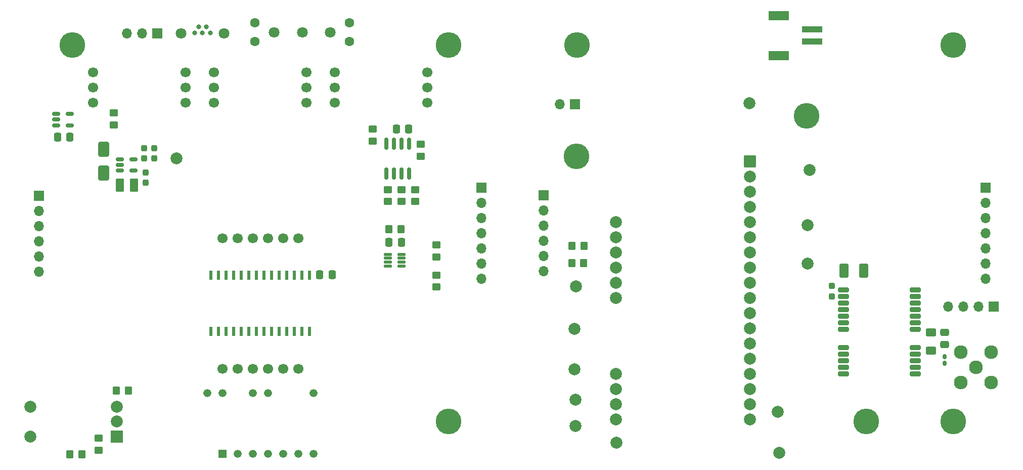
<source format=gbs>
G04 #@! TF.GenerationSoftware,KiCad,Pcbnew,8.0.4*
G04 #@! TF.CreationDate,2024-07-29T00:38:19+02:00*
G04 #@! TF.ProjectId,gps,6770732e-6b69-4636-9164-5f7063625858,rev?*
G04 #@! TF.SameCoordinates,Original*
G04 #@! TF.FileFunction,Soldermask,Bot*
G04 #@! TF.FilePolarity,Negative*
%FSLAX46Y46*%
G04 Gerber Fmt 4.6, Leading zero omitted, Abs format (unit mm)*
G04 Created by KiCad (PCBNEW 8.0.4) date 2024-07-29 00:38:19*
%MOMM*%
%LPD*%
G01*
G04 APERTURE LIST*
G04 Aperture macros list*
%AMRoundRect*
0 Rectangle with rounded corners*
0 $1 Rounding radius*
0 $2 $3 $4 $5 $6 $7 $8 $9 X,Y pos of 4 corners*
0 Add a 4 corners polygon primitive as box body*
4,1,4,$2,$3,$4,$5,$6,$7,$8,$9,$2,$3,0*
0 Add four circle primitives for the rounded corners*
1,1,$1+$1,$2,$3*
1,1,$1+$1,$4,$5*
1,1,$1+$1,$6,$7*
1,1,$1+$1,$8,$9*
0 Add four rect primitives between the rounded corners*
20,1,$1+$1,$2,$3,$4,$5,0*
20,1,$1+$1,$4,$5,$6,$7,0*
20,1,$1+$1,$6,$7,$8,$9,0*
20,1,$1+$1,$8,$9,$2,$3,0*%
G04 Aperture macros list end*
%ADD10C,2.000000*%
%ADD11RoundRect,0.102000X0.900000X0.900000X-0.900000X0.900000X-0.900000X-0.900000X0.900000X-0.900000X0*%
%ADD12C,2.004000*%
%ADD13C,4.300000*%
%ADD14C,1.700000*%
%ADD15C,1.800000*%
%ADD16C,1.600000*%
%ADD17C,0.800000*%
%ADD18C,1.803150*%
%ADD19R,1.700000X1.700000*%
%ADD20O,1.700000X1.700000*%
%ADD21R,1.337000X1.337000*%
%ADD22C,1.337000*%
%ADD23R,2.000000X2.000000*%
%ADD24RoundRect,0.150000X0.150000X-0.825000X0.150000X0.825000X-0.150000X0.825000X-0.150000X-0.825000X0*%
%ADD25RoundRect,0.237500X0.237500X-0.300000X0.237500X0.300000X-0.237500X0.300000X-0.237500X-0.300000X0*%
%ADD26RoundRect,0.200000X0.700000X0.200000X-0.700000X0.200000X-0.700000X-0.200000X0.700000X-0.200000X0*%
%ADD27RoundRect,0.250000X-0.337500X-0.475000X0.337500X-0.475000X0.337500X0.475000X-0.337500X0.475000X0*%
%ADD28RoundRect,0.150000X-0.512500X-0.150000X0.512500X-0.150000X0.512500X0.150000X-0.512500X0.150000X0*%
%ADD29RoundRect,0.250000X-0.450000X0.350000X-0.450000X-0.350000X0.450000X-0.350000X0.450000X0.350000X0*%
%ADD30RoundRect,0.250000X0.350000X0.450000X-0.350000X0.450000X-0.350000X-0.450000X0.350000X-0.450000X0*%
%ADD31RoundRect,0.250001X0.462499X0.849999X-0.462499X0.849999X-0.462499X-0.849999X0.462499X-0.849999X0*%
%ADD32RoundRect,0.160000X0.160000X-0.222500X0.160000X0.222500X-0.160000X0.222500X-0.160000X-0.222500X0*%
%ADD33RoundRect,0.250000X-0.475000X0.337500X-0.475000X-0.337500X0.475000X-0.337500X0.475000X0.337500X0*%
%ADD34RoundRect,0.250000X-0.350000X-0.450000X0.350000X-0.450000X0.350000X0.450000X-0.350000X0.450000X0*%
%ADD35RoundRect,0.250000X0.450000X-0.350000X0.450000X0.350000X-0.450000X0.350000X-0.450000X-0.350000X0*%
%ADD36RoundRect,0.250000X0.337500X0.475000X-0.337500X0.475000X-0.337500X-0.475000X0.337500X-0.475000X0*%
%ADD37RoundRect,0.250000X-0.625000X0.400000X-0.625000X-0.400000X0.625000X-0.400000X0.625000X0.400000X0*%
%ADD38RoundRect,0.125000X0.537500X0.125000X-0.537500X0.125000X-0.537500X-0.125000X0.537500X-0.125000X0*%
%ADD39RoundRect,0.250000X-0.650000X1.000000X-0.650000X-1.000000X0.650000X-1.000000X0.650000X1.000000X0*%
%ADD40C,2.300000*%
%ADD41R,0.510000X1.500000*%
%ADD42RoundRect,0.250001X0.499999X0.924999X-0.499999X0.924999X-0.499999X-0.924999X0.499999X-0.924999X0*%
%ADD43R,3.500000X1.000000*%
%ADD44R,3.400000X1.500000*%
G04 APERTURE END LIST*
D10*
X175862500Y-61200000D03*
X153662500Y-118000000D03*
D11*
X176012500Y-70920000D03*
D12*
X176012500Y-73460000D03*
X176012500Y-76000000D03*
X176012500Y-78540000D03*
X176012500Y-81080000D03*
X176012500Y-83620000D03*
X176012500Y-86160000D03*
X176012500Y-88700000D03*
X176012500Y-91240000D03*
X176012500Y-93780000D03*
X176012500Y-96320000D03*
X176012500Y-98860000D03*
X176012500Y-101400000D03*
X176012500Y-103940000D03*
X176012500Y-106480000D03*
X176012500Y-109020000D03*
X176012500Y-111560000D03*
X176012500Y-114100000D03*
X153512500Y-114100000D03*
X153512500Y-111560000D03*
X153512500Y-109020000D03*
X153512500Y-106480000D03*
X153512500Y-93780000D03*
X153512500Y-91240000D03*
X153512500Y-88700000D03*
X153512500Y-86160000D03*
X153512500Y-83620000D03*
X153512500Y-81080000D03*
D13*
X195450000Y-114500000D03*
X146950000Y-70100000D03*
X185500000Y-63350000D03*
D14*
X86250000Y-56050000D03*
X101750000Y-56050000D03*
X86250000Y-58590000D03*
X86250000Y-61130000D03*
X101750000Y-61130000D03*
X101750000Y-58590000D03*
D13*
X125500000Y-114500000D03*
D15*
X105730000Y-49330000D03*
X101030000Y-49330000D03*
D16*
X108930000Y-50930000D03*
X108930000Y-47730000D03*
D15*
X96330000Y-49330000D03*
D16*
X93130000Y-50930000D03*
X93130000Y-47730000D03*
D17*
X85620000Y-49430000D03*
X84970000Y-48430000D03*
X84320000Y-49430000D03*
X83670000Y-48430000D03*
X83020000Y-49430000D03*
D18*
X87895000Y-49540000D03*
X80745000Y-49540000D03*
D13*
X125500000Y-51500000D03*
D14*
X87650000Y-105700000D03*
X90190000Y-105700000D03*
X92730000Y-105700000D03*
X95270000Y-105700000D03*
X97810000Y-105700000D03*
X100350000Y-105700000D03*
X100350000Y-83800000D03*
X97810000Y-83800000D03*
X95270000Y-83800000D03*
X92730000Y-83800000D03*
X90190000Y-83800000D03*
X87650000Y-83800000D03*
X66000000Y-56050000D03*
X81500000Y-56050000D03*
X66000000Y-58590000D03*
X66000000Y-61130000D03*
X81500000Y-61130000D03*
X81500000Y-58590000D03*
D13*
X62500000Y-51500000D03*
D19*
X215450000Y-75380000D03*
D20*
X215450000Y-77920000D03*
X215450000Y-80460000D03*
X215450000Y-83000000D03*
X215450000Y-85540000D03*
X215450000Y-88080000D03*
X215450000Y-90620000D03*
D19*
X141450000Y-76650000D03*
D20*
X141450000Y-79190000D03*
X141450000Y-81730000D03*
X141450000Y-84270000D03*
X141450000Y-86810000D03*
X141450000Y-89350000D03*
D14*
X106500000Y-56050000D03*
X122000000Y-56050000D03*
X106500000Y-58590000D03*
X106500000Y-61130000D03*
X122000000Y-61130000D03*
X122000000Y-58590000D03*
D21*
X87650000Y-119880000D03*
D22*
X90190000Y-119880000D03*
X92730000Y-119880000D03*
X95270000Y-119880000D03*
X97810000Y-119880000D03*
X100350000Y-119880000D03*
X102890000Y-119880000D03*
X102890000Y-109720000D03*
X95270000Y-109720000D03*
X92730000Y-109720000D03*
X87650000Y-109720000D03*
X85110000Y-109720000D03*
D23*
X70000000Y-117000000D03*
D10*
X70000000Y-112000000D03*
X70000000Y-114500000D03*
X55500000Y-117000000D03*
X55500000Y-112000000D03*
D24*
X118880000Y-72955000D03*
X117610000Y-72955000D03*
X116340000Y-72955000D03*
X115070000Y-72955000D03*
X115070000Y-68005000D03*
X116340000Y-68005000D03*
X117610000Y-68005000D03*
X118880000Y-68005000D03*
D10*
X180900000Y-119730000D03*
D25*
X76269930Y-70462500D03*
X76269930Y-68737500D03*
D26*
X203670000Y-92480000D03*
X203670000Y-93580000D03*
X203670000Y-94680000D03*
X203670000Y-95780000D03*
X203670000Y-96880000D03*
X203670000Y-97980000D03*
X203670000Y-99080000D03*
X203670000Y-102080000D03*
X203670000Y-103180000D03*
X203670000Y-104280000D03*
X203670000Y-105380000D03*
X203670000Y-106480000D03*
X191670000Y-106480000D03*
X191670000Y-105380000D03*
X191670000Y-104280000D03*
X191670000Y-103180000D03*
X191670000Y-102080000D03*
X191670000Y-99080000D03*
X191670000Y-97980000D03*
X191670000Y-96880000D03*
X191670000Y-95780000D03*
X191670000Y-94680000D03*
X191670000Y-93580000D03*
X191670000Y-92480000D03*
D19*
X130999930Y-75380000D03*
D20*
X130999930Y-77920000D03*
X130999930Y-80460000D03*
X130999930Y-83000000D03*
X130999930Y-85540000D03*
X130999930Y-88080000D03*
X130999930Y-90620000D03*
D27*
X103929170Y-89900000D03*
X106004170Y-89900000D03*
D28*
X59832500Y-64910000D03*
X59832500Y-63960000D03*
X59832500Y-63010000D03*
X62107500Y-63010000D03*
X62107500Y-64910000D03*
D19*
X216820000Y-95280000D03*
D20*
X214280000Y-95280000D03*
X211740000Y-95280000D03*
X209200000Y-95280000D03*
D29*
X123480000Y-84920000D03*
X123480000Y-86920000D03*
D30*
X148200000Y-85100000D03*
X146200000Y-85100000D03*
D25*
X189720000Y-93547500D03*
X189720000Y-91822500D03*
D31*
X72832430Y-74900000D03*
X70507430Y-74900000D03*
D13*
X210000000Y-51500000D03*
D32*
X208590000Y-104772500D03*
X208590000Y-103627500D03*
D25*
X74844930Y-74512500D03*
X74844930Y-72787500D03*
D10*
X79940000Y-70410000D03*
D27*
X116767500Y-65501976D03*
X118842500Y-65501976D03*
D33*
X208580000Y-99552500D03*
X208580000Y-101627500D03*
D10*
X146740000Y-110810000D03*
D34*
X62120000Y-119990000D03*
X64120000Y-119990000D03*
D35*
X115355000Y-77670000D03*
X115355000Y-75670000D03*
D29*
X120890000Y-68090000D03*
X120890000Y-70090000D03*
D36*
X117617500Y-84520000D03*
X115542500Y-84520000D03*
D19*
X56974930Y-76675000D03*
D20*
X56974930Y-79215000D03*
X56974930Y-81755000D03*
X56974930Y-84295000D03*
X56974930Y-86835000D03*
X56974930Y-89375000D03*
D13*
X210000000Y-114500000D03*
D10*
X180640000Y-112840000D03*
D37*
X206300000Y-99550000D03*
X206300000Y-102650000D03*
D35*
X123480000Y-91980000D03*
X123480000Y-89980000D03*
D10*
X185650000Y-88020000D03*
X185940000Y-72400000D03*
X185620000Y-81610000D03*
D38*
X117627500Y-86495000D03*
X117627500Y-87145000D03*
X117627500Y-87795000D03*
X117627500Y-88445000D03*
X115352500Y-88445000D03*
X115352500Y-87795000D03*
X115352500Y-87145000D03*
X115352500Y-86495000D03*
D29*
X112780000Y-65550000D03*
X112780000Y-67550000D03*
D39*
X67740000Y-68890000D03*
X67740000Y-72890000D03*
D35*
X117605000Y-77667906D03*
X117605000Y-75667906D03*
D34*
X69900000Y-109300000D03*
X71900000Y-109300000D03*
D10*
X146870000Y-91907500D03*
D19*
X146700000Y-61380000D03*
D20*
X144160000Y-61380000D03*
D40*
X213811250Y-105380000D03*
X211271250Y-107920000D03*
X216351250Y-107920000D03*
X211271250Y-102840000D03*
X216351250Y-102840000D03*
D10*
X146790000Y-115250000D03*
D35*
X69480000Y-64860000D03*
X69480000Y-62860000D03*
D41*
X102255000Y-99400000D03*
X100985000Y-99400000D03*
X99715000Y-99400000D03*
X98445000Y-99400000D03*
X97175000Y-99400000D03*
X95905000Y-99400000D03*
X94635000Y-99400000D03*
X93365000Y-99400000D03*
X92095000Y-99400000D03*
X90825000Y-99400000D03*
X89555000Y-99400000D03*
X88285000Y-99400000D03*
X87015000Y-99400000D03*
X85745000Y-99400000D03*
X85745000Y-90000000D03*
X87015000Y-90000000D03*
X88285000Y-90000000D03*
X89555000Y-90000000D03*
X90825000Y-90000000D03*
X92095000Y-90000000D03*
X93365000Y-90000000D03*
X94635000Y-90000000D03*
X95905000Y-90000000D03*
X97175000Y-90000000D03*
X98445000Y-90000000D03*
X99715000Y-90000000D03*
X100985000Y-90000000D03*
X102255000Y-90000000D03*
D27*
X60042500Y-66930000D03*
X62117500Y-66930000D03*
D42*
X194995000Y-89280000D03*
X191745000Y-89280000D03*
D25*
X74569930Y-70462500D03*
X74569930Y-68737500D03*
D30*
X148160000Y-87967500D03*
X146160000Y-87967500D03*
D10*
X146630000Y-105740000D03*
D43*
X186378000Y-50890000D03*
X186378000Y-48890000D03*
D44*
X180828000Y-53240000D03*
X180828000Y-46540000D03*
D10*
X146630000Y-99020000D03*
D19*
X76770000Y-49515000D03*
D20*
X74230000Y-49515000D03*
X71690000Y-49515000D03*
D35*
X119905000Y-77667906D03*
X119905000Y-75667906D03*
D28*
X70482430Y-72500000D03*
X70482430Y-71550000D03*
X70482430Y-70600000D03*
X72757430Y-70600000D03*
X72757430Y-72500000D03*
D29*
X66970000Y-117290000D03*
X66970000Y-119290000D03*
D30*
X117560000Y-82270000D03*
X115560000Y-82270000D03*
D13*
X147000000Y-51500000D03*
M02*

</source>
